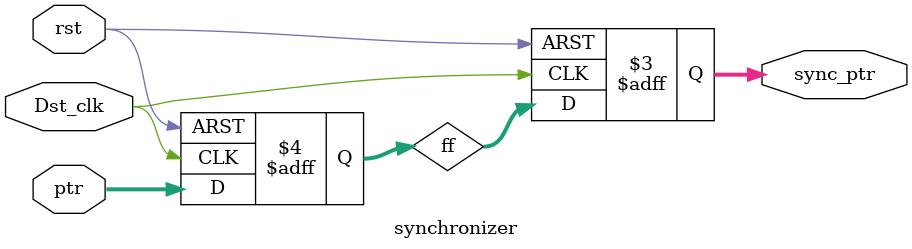
<source format=v>
module synchronizer (
    input wire  Dst_clk,
    input wire  rst,
    input wire [4:0] ptr,
    output reg [4:0] sync_ptr
);

reg [4:0] ff;


always @(posedge Dst_clk or negedge rst) 
    begin
        if (!rst) 
            begin
                {sync_ptr,ff}<=0;
            end
        else
            begin
                {sync_ptr,ff}<={ff,ptr};
            end           
    end
    
endmodule
</source>
